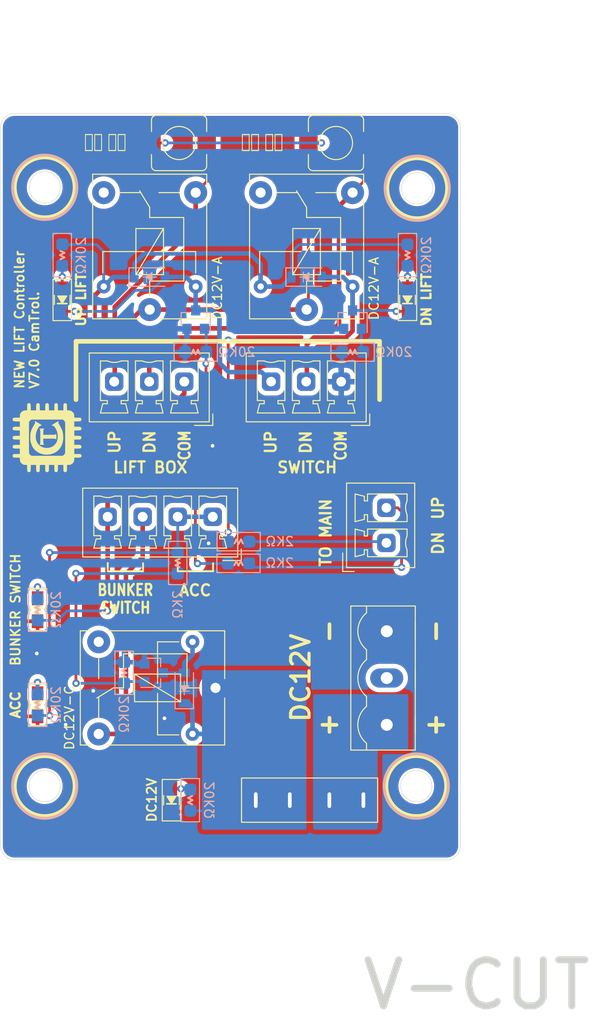
<source format=kicad_pcb>
(kicad_pcb (version 20240108) (generator "pcbnew") (generator_version "8.0")
  (layers (0 "F.Cu" signal) (31 "B.Cu" signal) (34 "B.Paste" user) (35 "F.Paste" user) (36 "B.SilkS" user "B.Silkscreen") (37 "F.SilkS" user "F.Silkscreen") (38 "B.Mask" user) (39 "F.Mask" user) (44 "Edge.Cuts" user))
  (net 0 "")
  (net 1 "GNDPWR")
  (net 2 "+12P")
  (net 3 "Net-(D12-A)")
  (net 4 "Net-(D13-A)")
  (net 5 "Net-(D17-A)")
  (net 6 "Net-(D20-A)")
  (net 7 "Net-(D22-A)")
  (net 8 "unconnected-(K7-Pad14)")
  (net 9 "Net-(D1-A)")
  (net 10 "Net-(D12-K)")
  (net 11 "/POPUP UP")
  (net 12 "/POPUP DOWN")
  (net 13 "Net-(Q1-B)")
  (net 14 "Net-(Q2-B)")
  (net 15 "Net-(D16-A)")
  (net 16 "Net-(J4-Pin_1)")
  (net 17 "Net-(Q5-B)")
  (net 20 "Net-(J4-Pin_3)")
  (net 21 "Net-(D2-A)")
  (net 22 "Net-(J7-Pin_1)")
  (net 23 "Net-(J7-Pin_2)")
  (net 24 "Net-(J7-Pin_3)")
  (net 26 "Net-(J1-Pin_3)")
  (footprint "Server.pretty:logo" (layer "F.Cu") (at 79.62625 88.03125 90)
    (property "Reference" "G***" (hide yes))
    (property "Value" "LOGO" (hide yes))
  )
  (footprint "Server:SMD-SW_6x6x5mm" (layer "F.Cu") (at 94.01125 56.06125 180)
    (property "Reference" "SW3" (hide yes))
    (property "Value" "강제 상승" (at 8.03 -0.02 180) (layer "F.SilkS") (effects (font (size 1.5 1.2))))
    (pad "1" smd roundrect (at -3 0 180) (size 2 2) (layers "F.Cu" "F.Paste" "F.Mask") (roundrect_rratio 0.125) (net 24 "Net-(J7-Pin_3)"))
    (pad "2" smd roundrect (at 3 0 180) (size 2 2) (layers "F.Cu" "F.Paste" "F.Mask") (roundrect_rratio 0.125) (net 22 "Net-(J7-Pin_1)"))
  )
  (footprint "Server.pretty:PhoenixContact_MCV_1,5_4-G-3.81_1x04_P3.81mm_Vertical" (layer "F.Cu") (at 97.67375 96.63875 180)
    (property "Reference" "J4" (hide yes))
    (property "Value" "Conn_01x04_Pin" (hide yes))
    (pad "1" thru_hole roundrect (at 0 0 180) (size 2 2) (drill 1.07) (layers "*.Cu" "*.Mask") (net 16 "Net-(J4-Pin_1)"))
    (pad "2" thru_hole roundrect (at 3.81 0 180) (size 2 2) (drill 1.07) (layers "*.Cu" "*.Mask") (net 16 "Net-(J4-Pin_1)"))
    (pad "3" thru_hole roundrect (at 7.62 0 180) (size 2 2) (drill 1.07) (layers "*.Cu" "*.Mask") (net 20 "Net-(J4-Pin_3)"))
    (pad "4" thru_hole roundrect (at 11.43 0 180) (size 2 2) (drill 1.07) (layers "*.Cu" "*.Mask") (net 10 "Net-(D12-K)"))
  )
  (footprint "Server.pretty:PhoenixContact_MCV_1,5_2-G-3.81_1x02_P3.81mm_Vertical" (layer "F.Cu") (at 116.55125 97.56625 90)
    (property "Reference" "J3" (hide yes))
    (property "Value" "Conn_01x02_Pin" (hide yes))
    (pad "1" thru_hole roundrect (at -1.905 0 90) (size 2 2) (drill 1.05) (layers "*.Cu" "*.Mask") (net 12 "/POPUP DOWN"))
    (pad "2" thru_hole roundrect (at 1.905 0 90) (size 2 2) (drill 1.05) (layers "*.Cu" "*.Mask") (net 11 "/POPUP UP"))
  )
  (footprint "Server.pretty:JQC-T78-DC12V-C" (layer "F.Cu") (at 90.81625 74.14625 90)
    (property "Reference" "K6" (hide yes))
    (property "Value" "DC12V" (hide yes))
    (fp_text user "DC12V-A" (at 2.3425 7.35 90) (layer "F.SilkS"))
    (pad "1" thru_hole circle (at 12.7 -5 90) (size 2.5 2.5) (drill 1.1) (layers "*.Cu" "*.Mask"))
    (pad "2" thru_hole circle (at 2.5 5 90) (size 1.5 1.5) (drill 0.7) (layers "*.Cu" "*.Mask") (net 3 "Net-(D12-A)") (thermal_bridge_width 0.3) (thermal_gap 0.3))
    (pad "6" thru_hole circle (at 2.5 -5 90) (size 1.5 1.5) (drill 0.7) (layers "*.Cu" "*.Mask") (net 10 "Net-(D12-K)"))
    (pad "7" thru_hole circle (at 0 0 90) (size 2.5 2.5) (drill 1.1) (layers "*.Cu" "*.Mask") (net 22 "Net-(J7-Pin_1)"))
    (pad "14" thru_hole circle (at 12.7 5 90) (size 2.5 2.5) (drill 1.1) (layers "*.Cu" "*.Mask") (net 24 "Net-(J7-Pin_3)") (thermal_bridge_width 1.8))
  )
  (footprint "Server.pretty:PhoenixContact_MSTBVA_2,5_3-G-5,08_1x03_P5.08mm_Vertical_NEW" (layer "F.Cu") (at 116.59125 114.14125 -90)
    (property "Reference" "J1" (hide yes))
    (property "Value" "Conn_01x03_Pin" (hide yes))
    (fp_text user "+" (at 5.08 6.37 90) (layer "F.SilkS") (effects (font (size 2 2) (thickness 0.4))))
    (fp_text user "+" (at 5.08 -5.23 90) (layer "F.SilkS") (effects (font (size 2 2) (thickness 0.4))))
    (fp_text user "-" (at -5.08 -5.23 90) (layer "F.SilkS") (effects (font (size 2 2) (thickness 0.4))))
    (fp_text user "-" (at -5.08 6.37 90) (layer "F.SilkS") (effects (font (size 2 2) (thickness 0.4))))
    (pad "1" thru_hole roundrect (at -5.08 0 270) (size 2.08 3.6) (drill 1.3) (layers "*.Cu" "*.Mask") (roundrect_rratio 0.12) (net 1 "GNDPWR"))
    (pad "2" thru_hole oval (at 0 0 270) (size 2.08 3.6) (drill 1.3) (layers "*.Cu" "*.Mask") (thermal_bridge_width 1))
    (pad "3" thru_hole oval (at 5.08 0 270) (size 2.08 3.6) (drill 1.3) (layers "*.Cu" "*.Mask") (net 26 "Net-(J1-Pin_3)"))
  )
  (footprint "Server.pretty:LED_0805" (layer "F.Cu") (at 118.84625 73.08625 90)
    (property "Reference" "D22" (hide yes))
    (property "Value" "DN LIFT" (at 0.01 2.05 90) (layer "F.SilkS") (effects (font (thickness 0.25))))
    (pad "1" smd rect (at -1.25 0 90) (size 1.5 1.25) (layers "F.Cu" "F.Paste" "F.Mask") (net 4 "Net-(D13-A)") (thermal_bridge_width 0.3))
    (pad "2" smd rect (at 1.25 0 90) (size 1.5 1.25) (layers "F.Cu" "F.Paste" "F.Mask") (net 7 "Net-(D22-A)"))
  )
  (footprint "Server.pretty:LED_0805" (layer "F.Cu") (at 78.62625 106.73125 90)
    (property "Reference" "D1" (hide yes))
    (property "Value" "BUNKER SWITCH" (at 0 -2.4 90) (layer "F.SilkS") (effects (font (thickness 0.2) (bold yes))))
    (pad "1" smd rect (at -1.25 0 90) (size 1.5 1.25) (layers "F.Cu" "F.Paste" "F.Mask") (net 1 "GNDPWR") (thermal_bridge_width 0.3))
    (pad "2" smd rect (at 1.25 0 90) (size 1.5 1.25) (layers "F.Cu" "F.Paste" "F.Mask") (net 9 "Net-(D1-A)"))
  )
  (footprint "Server.pretty:LED_0805" (layer "F.Cu") (at 81.30625 73.09125 90)
    (property "Reference" "D20" (hide yes))
    (property "Value" "UP LIFT" (at 0.01 2.05 90) (layer "F.SilkS") (effects (font (thickness 0.25))))
    (pad "1" smd rect (at -1.25 0 90) (size 1.5 1.25) (layers "F.Cu" "F.Paste" "F.Mask") (net 3 "Net-(D12-A)") (thermal_bridge_width 0.3))
    (pad "2" smd rect (at 1.25 0 90) (size 1.5 1.25) (layers "F.Cu" "F.Paste" "F.Mask") (net 6 "Net-(D20-A)"))
  )
  (footprint "Server:SMD-SW_6x6x5mm" (layer "F.Cu") (at 111.07125 56.06125 180)
    (property "Reference" "SW4" (hide yes))
    (property "Value" "강제 하강" (at 8.03 -0.02 180) (layer "F.SilkS") (effects (font (size 1.5 1.2))))
    (pad "1" smd roundrect (at -3 0 180) (size 2 2) (layers "F.Cu" "F.Paste" "F.Mask") (roundrect_rratio 0.125) (net 23 "Net-(J7-Pin_2)"))
    (pad "2" smd roundrect (at 3 0 180) (size 2 2) (layers "F.Cu" "F.Paste" "F.Mask") (roundrect_rratio 0.125) (net 22 "Net-(J7-Pin_1)"))
  )
  (footprint "Server.pretty:PhoenixContact_MCV_1,5_3-G-3.81_1x03_P3.81mm_Vertical" (layer "F.Cu") (at 94.57875 81.96875 180)
    (property "Reference" "J7" (hide yes))
    (property "Value" "Conn_01x03_Male" (hide yes))
    (pad "1" thru_hole roundrect (at 0 0 180) (size 2 2) (drill 1.07) (layers "*.Cu" "*.Mask") (net 22 "Net-(J7-Pin_1)"))
    (pad "2" thru_hole roundrect (at 3.81 0 180) (size 2 2) (drill 1.07) (layers "*.Cu" "*.Mask") (net 23 "Net-(J7-Pin_2)"))
    (pad "3" thru_hole roundrect (at 7.62 0 180) (size 2 2) (drill 1.07) (layers "*.Cu" "*.Mask") (net 24 "Net-(J7-Pin_3)"))
  )
  (footprint "Server.pretty:LED_0805" (layer "F.Cu") (at 93.18125 127.40125 90)
    (property "Reference" "D2" (hide yes))
    (property "Value" "DC12V" (at 0.02 -2.14 90) (layer "F.SilkS") (effects (font (thickness 0.2) (bold yes))))
    (pad "1" smd rect (at -1.25 0 90) (size 1.5 1.25) (layers "F.Cu" "F.Paste" "F.Mask") (net 1 "GNDPWR") (thermal_bridge_width 0.3))
    (pad "2" smd rect (at 1.25 0 90) (size 1.5 1.25) (layers "F.Cu" "F.Paste" "F.Mask") (net 21 "Net-(D2-A)"))
  )
  (footprint "Server.pretty:FUSE-PIN-Holder-Mini" (layer "F.Cu") (at 108.20125 127.39625 180)
    (property "Reference" "F2" (hide yes))
    (property "Value" "FRG500-16F" (hide yes))
    (pad "1" thru_hole roundrect (at -5.85 0 270) (size 3.5 2) (drill oval 1.7 0.4) (layers "*.Cu" "*.Mask") (net 26 "Net-(J1-Pin_3)"))
    (pad "1" thru_hole roundrect (at -2.15 0 270) (size 3.5 2) (drill oval 1.7 0.4) (layers "*.Cu" "*.Mask") (net 26 "Net-(J1-Pin_3)"))
    (pad "2" thru_hole roundrect (at 2.15 0 270) (size 3.5 2) (drill oval 1.7 0.4) (layers "*.Cu" "*.Mask") (net 2 "+12P"))
    (pad "2" thru_hole roundrect (at 5.85 0 270) (size 3.5 2) (drill oval 1.7 0.4) (layers "*.Cu" "*.Mask") (net 2 "+12P"))
  )
  (footprint "Server.pretty:LED_0805" (layer "F.Cu") (at 78.62625 117.05125 90)
    (property "Reference" "D17" (hide yes))
    (property "Value" "ACC" (at 0 -2.4 90) (layer "F.SilkS") (effects (font (thickness 0.25))))
    (pad "1" smd rect (at -1.25 0 90) (size 1.5 1.25) (layers "F.Cu" "F.Paste" "F.Mask") (net 1 "GNDPWR") (thermal_bridge_width 0.3))
    (pad "2" smd rect (at 1.25 0 90) (size 1.5 1.25) (layers "F.Cu" "F.Paste" "F.Mask") (net 5 "Net-(D17-A)"))
  )
  (footprint "Server.pretty:JQC-T78-DC12V-C" (layer "F.Cu") (at 97.97125 115.21125 180)
    (property "Reference" "K7" (hide yes))
    (property "Value" "JQC-T78-DC5V-A" (hide yes))
    (fp_text user "DC12V-C" (at 15.88 0.36 90) (layer "F.SilkS") (effects (justify right)))
    (pad "1" thru_hole circle (at 12.7 -5 180) (size 2.5 2.5) (drill 1.1) (layers "*.Cu" "*.Mask") (net 20 "Net-(J4-Pin_3)"))
    (pad "2" thru_hole circle (at 2.5 5 180) (size 1.5 1.5) (drill 0.7) (layers "*.Cu" "*.Mask") (net 15 "Net-(D16-A)") (thermal_bridge_width 0.3) (thermal_gap 0.3))
    (pad "6" thru_hole circle (at 2.5 -5 180) (size 1.5 1.5) (drill 0.7) (layers "*.Cu" "*.Mask") (net 2 "+12P"))
    (pad "7" thru_hole circle (at 0 0 180) (size 2.5 2.5) (drill 1.1) (layers "*.Cu" "*.Mask") (net 2 "+12P"))
    (pad "14" thru_hole circle (at 12.7 5 180) (size 2.5 2.5) (drill 1.1) (layers "*.Cu" "*.Mask") (net 8 "unconnected-(K7-Pad14)") (thermal_bridge_width 1.8))
  )
  (footprint "Server.pretty:JQC-T78-DC12V-C" (layer "F.Cu") (at 107.87625 74.14625 90)
    (property "Reference" "K5" (hide yes))
    (property "Value" "DC12V" (hide yes))
    (fp_text user "DC12V-A" (at -1.245 7.325 90) (layer "F.SilkS") (effects (justify left)))
    (pad "1" thru_hole circle (at 12.7 -5 90) (size 2.5 2.5) (drill 1.1) (layers "*.Cu" "*.Mask"))
    (pad "2" thru_hole circle (at 2.5 5 90) (size 1.5 1.5) (drill 0.7) (layers "*.Cu" "*.Mask") (net 4 "Net-(D13-A)") (thermal_bridge_width 0.3) (thermal_gap 0.3))
    (pad "6" thru_hole circle (at 2.5 -5 90) (size 1.5 1.5) (drill 0.7) (layers "*.Cu" "*.Mask") (net 10 "Net-(D12-K)"))
    (pad "7" thru_hole circle (at 0 0 90) (size 2.5 2.5) (drill 1.1) (layers "*.Cu" "*.Mask") (net 22 "Net-(J7-Pin_1)"))
    (pad "14" thru_hole circle (at 12.7 5 90) (size 2.5 2.5) (drill 1.1) (layers "*.Cu" "*.Mask") (net 23 "Net-(J7-Pin_2)") (thermal_bridge_width 1.8))
  )
  (footprint "Server.pretty:PhoenixContact_MCV_1,5_3-G-3.81_1x03_P3.81mm_Vertical" (layer "F.Cu") (at 111.63875 81.96875 180)
    (property "Reference" "J2" (hide yes))
    (property "Value" "Conn_01x03_Male" (hide yes))
    (pad "1" thru_hole roundrect (at 0 0 180) (size 2 2) (drill 1.05) (layers "*.Cu" "*.Mask") (net 1 "GNDPWR"))
    (pad "2" thru_hole roundrect (at 3.81 0 180) (size 2 2) (drill 1.05) (layers "*.Cu" "*.Mask") (net 4 "Net-(D13-A)"))
    (pad "3" thru_hole roundrect (at 7.62 0 180) (size 2 2) (drill 1.05) (layers "*.Cu" "*.Mask") (net 3 "Net-(D12-A)"))
  )
  (footprint "Server.pretty:D_SOD-123" (layer "B.Cu") (at 107.87625 70.61125)
    (property "Reference" "D13" (hide yes))
    (property "Value" "1N4148W" (hide yes))
    (pad "1" smd rect (at 1.65 0) (size 0.9 1.2) (layers "B.Cu" "B.Paste" "B.Mask") (net 4 "Net-(D13-A)"))
    (pad "2" smd rect (at -1.65 0) (size 0.9 1.2) (layers "B.Cu" "B.Paste" "B.Mask") (net 10 "Net-(D12-K)"))
  )
  (footprint "Server.pretty:R_0805_HandSoldering" (layer "B.Cu") (at 112.87625 78.75125)
    (property "Reference" "R10" (hide yes))
    (property "Value" "20KΩ" (at 4.465 0 0) (layer "B.SilkS") (effects (justify mirror)))
    (pad "1" smd roundrect (at -1.15 0) (size 1.3 1.3) (layers "B.Cu" "B.Paste" "B.Mask") (net 1 "GNDPWR") (thermal_bridge_width 0.5))
    (pad "2" smd roundrect (at 1.15 0) (size 1.3 1.3) (layers "B.Cu" "B.Paste" "B.Mask") (net 14 "Net-(Q2-B)") (thermal_bridge_width 0.5))
  )
  (footprint "Server.pretty:D_SOD-123" (layer "B.Cu") (at 94.57625 115.22125 90)
    (property "Reference" "D16" (hide yes))
    (property "Value" "1N4148W" (hide yes))
    (pad "1" smd rect (at 1.65 0 90) (size 0.9 1.2) (layers "B.Cu" "B.Paste" "B.Mask") (net 15 "Net-(D16-A)"))
    (pad "2" smd rect (at -1.65 0 90) (size 0.9 1.2) (layers "B.Cu" "B.Paste" "B.Mask") (net 2 "+12P"))
  )
  (footprint "Server.pretty:R_0805_HandSoldering" (layer "B.Cu") (at 100.47125 101.69125)
    (property "Reference" "R2" (hide yes))
    (property "Value" "2KΩ" (at 4.48 -0.045 0) (layer "B.SilkS") (effects (justify mirror)))
    (pad "1" smd roundrect (at -1.15 0) (size 1.3 1.3) (layers "B.Cu" "B.Paste" "B.Mask") (net 13 "Net-(Q1-B)") (thermal_bridge_width 0.5))
    (pad "2" smd roundrect (at 1.15 0) (size 1.3 1.3) (layers "B.Cu" "B.Paste" "B.Mask") (net 11 "/POPUP UP") (thermal_bridge_width 0.5))
  )
  (footprint "Server.pretty:R_0805_HandSoldering" (layer "B.Cu") (at 88.03625 113.57125 90)
    (property "Reference" "R13" (hide yes))
    (property "Value" "20KΩ" (at -4.5 0 90) (layer "B.SilkS") (effects (justify mirror)))
    (pad "1" smd roundrect (at -1.15 0 90) (size 1.3 1.3) (layers "B.Cu" "B.Paste" "B.Mask") (net 17 "Net-(Q5-B)") (thermal_bridge_width 0.5))
    (pad "2" smd roundrect (at 1.15 0 90) (size 1.3 1.3) (layers "B.Cu" "B.Paste" "B.Mask") (net 1 "GNDPWR") (thermal_bridge_width 0.5))
  )
  (footprint "Server.pretty:R_0805_HandSoldering" (layer "B.Cu") (at 78.62625 117.05125 90)
    (property "Reference" "R8" (hide yes))
    (property "Value" "20KΩ" (at 0 2 90) (layer "B.SilkS") (effects (justify mirror)))
    (pad "1" smd roundrect (at -1.15 0 90) (size 1.3 1.3) (layers "B.Cu" "B.Paste" "B.Mask") (net 16 "Net-(J4-Pin_1)") (thermal_bridge_width 0.5))
    (pad "2" smd roundrect (at 1.15 0 90) (size 1.3 1.3) (layers "B.Cu" "B.Paste" "B.Mask") (net 5 "Net-(D17-A)") (thermal_bridge_width 0.5))
  )
  (footprint "Server.pretty:SOT-23" (layer "B.Cu") (at 112.87625 75.23125 90)
    (property "Reference" "Q2" (hide yes))
    (property "Value" "MMBT2222A" (hide yes))
    (pad "1" smd rect (at -1 0.95 90) (size 1.1 1) (layers "B.Cu" "B.Paste" "B.Mask") (net 14 "Net-(Q2-B)"))
    (pad "2" smd rect (at -1 -0.95 90) (size 1.1 1) (layers "B.Cu" "B.Paste" "B.Mask") (net 1 "GNDPWR"))
    (pad "3" smd rect (at 1 0 90) (size 1.1 1) (layers "B.Cu" "B.Paste" "B.Mask") (net 4 "Net-(D13-A)"))
  )
  (footprint "Server.pretty:R_0805_HandSoldering" (layer "B.Cu") (at 81.30625 68.23125 -90)
    (property "Reference" "R9" (hide yes))
    (property "Value" "20KΩ" (at 0.05 -2.05 90) (layer "B.SilkS") (effects (justify mirror)))
    (pad "1" smd roundrect (at -1.15 0 270) (size 1.3 1.3) (layers "B.Cu" "B.Paste" "B.Mask") (net 10 "Net-(D12-K)") (thermal_bridge_width 0.5))
    (pad "2" smd roundrect (at 1.15 0 270) (size 1.3 1.3) (layers "B.Cu" "B.Paste" "B.Mask") (net 6 "Net-(D20-A)") (thermal_bridge_width 0.5))
  )
  (footprint "Server.pretty:D_SOD-123" (layer "B.Cu") (at 90.81625 70.61125)
    (property "Reference" "D12" (hide yes))
    (property "Value" "1N4148W" (hide yes))
    (pad "1" smd rect (at 1.65 0) (size 0.9 1.2) (layers "B.Cu" "B.Paste" "B.Mask") (net 3 "Net-(D12-A)"))
    (pad "2" smd rect (at -1.65 0) (size 0.9 1.2) (layers "B.Cu" "B.Paste" "B.Mask") (net 10 "Net-(D12-K)"))
  )
  (footprint "Server.pretty:R_0805_HandSoldering" (layer "B.Cu") (at 95.23125 127.40125 90)
    (property "Reference" "R4" (hide yes))
    (property "Value" "20KΩ" (at -0.005 2.1 90) (layer "B.SilkS") (effects (justify mirror)))
    (pad "1" smd roundrect (at -1.15 0 90) (size 1.3 1.3) (layers "B.Cu" "B.Paste" "B.Mask") (net 2 "+12P") (thermal_bridge_width 0.5))
    (pad "2" smd roundrect (at 1.15 0 90) (size 1.3 1.3) (layers "B.Cu" "B.Paste" "B.Mask") (net 21 "Net-(D2-A)") (thermal_bridge_width 0.5))
  )
  (footprint "Server.pretty:R_0805_HandSoldering" (layer "B.Cu") (at 118.84625 68.23125 -90)
    (property "Reference" "R12" (hide yes))
    (property "Value" "20KΩ" (at 0 -2.05 90) (layer "B.SilkS") (effects (justify mirror)))
    (pad "1" smd roundrect (at -1.15 0 270) (size 1.3 1.3) (layers "B.Cu" "B.Paste" "B.Mask") (net 10 "Net-(D12-K)") (thermal_bridge_width 0.5))
    (pad "2" smd roundrect (at 1.15 0 270) (size 1.3 1.3) (layers "B.Cu" "B.Paste" "B.Mask") (net 7 "Net-(D22-A)") (thermal_bridge_width 0.5))
  )
  (footprint "Server.pretty:R_0805_HandSoldering" (layer "B.Cu") (at 93.86375 101.65125 90)
    (property "Reference" "R14" (hide yes))
    (property "Value" "2KΩ" (at -4.5 0 90) (layer "B.SilkS") (effects (justify mirror)))
    (pad "1" smd roundrect (at -1.15 0 90) (size 1.3 1.3) (layers "B.Cu" "B.Paste" "B.Mask") (net 17 "Net-(Q5-B)") (thermal_bridge_width 0.5))
    (pad "2" smd roundrect (at 1.15 0 90) (size 1.3 1.3) (layers "B.Cu" "B.Paste" "B.Mask") (net 16 "Net-(J4-Pin_1)") (thermal_bridge_width 0.5))
  )
  (footprint "Server.pretty:SOT-23" (layer "B.Cu") (at 91.24625 113.57125)
    (property "Reference" "Q5" (hide yes))
    (property "Value" "MMBT2222A" (hide yes))
    (pad "1" smd rect (at -1 0.95) (size 1.1 1) (layers "B.Cu" "B.Paste" "B.Mask") (net 17 "Net-(Q5-B)"))
    (pad "2" smd rect (at -1 -0.95) (size 1.1 1) (layers "B.Cu" "B.Paste" "B.Mask") (net 1 "GNDPWR"))
    (pad "3" smd rect (at 1 0) (size 1.1 1) (layers "B.Cu" "B.Paste" "B.Mask") (net 15 "Net-(D16-A)"))
  )
  (footprint "Server.pretty:SOT-23" (layer "B.Cu") (at 95.81625 75.23125 90)
    (property "Reference" "Q1" (hide yes))
    (property "Value" "MMBT2222A" (hide yes))
    (pad "1" smd rect (at -1 0.95 90) (size 1.1 1) (layers "B.Cu" "B.Paste" "B.Mask") (net 13 "Net-(Q1-B)"))
    (pad "2" smd rect (at -1 -0.95 90) (size 1.1 1) (layers "B.Cu" "B.Paste" "B.Mask") (net 1 "GNDPWR"))
    (pad "3" smd rect (at 1 0 90) (size 1.1 1) (layers "B.Cu" "B.Paste" "B.Mask") (net 3 "Net-(D12-A)"))
  )
  (footprint "Server.pretty:R_0805_HandSoldering" (layer "B.Cu") (at 78.62625 106.73125 90)
    (property "Reference" "R1" (hide yes))
    (property "Value" "20KΩ" (at 0 2 90) (layer "B.SilkS") (effects (justify mirror)))
    (pad "1" smd roundrect (at -1.15 0 90) (size 1.3 1.3) (layers "B.Cu" "B.Paste" "B.Mask") (net 10 "Net-(D12-K)") (thermal_bridge_width 0.5))
    (pad "2" smd roundrect (at 1.15 0 90) (size 1.3 1.3) (layers "B.Cu" "B.Paste" "B.Mask") (net 9 "Net-(D1-A)") (thermal_bridge_width 0.5))
  )
  (footprint "Server.pretty:R_0805_HandSoldering" (layer "B.Cu") (at 95.81625 78.75125)
    (property "Reference" "R7" (hide yes))
    (property "Value" "20KΩ" (at 4.465 0 0) (layer "B.SilkS") (effects (justify mirror)))
    (pad "1" smd roundrect (at -1.15 0) (size 1.3 1.3) (layers "B.Cu" "B.Paste" "B.Mask") (net 1 "GNDPWR") (thermal_bridge_width 0.5))
    (pad "2" smd roundrect (at 1.15 0) (size 1.3 1.3) (layers "B.Cu" "B.Paste" "B.Mask") (net 13 "Net-(Q1-B)") (thermal_bridge_width 0.5))
  )
  (footprint "Server.pretty:R_0805_HandSoldering" (layer "B.Cu") (at 100.49125 99.33125)
    (property "Reference" "R3" (hide yes))
    (property "Value" "2KΩ" (at 4.46 -0.01 0) (layer "B.SilkS") (effects (justify mirror)))
    (pad "1" smd roundrect (at -1.15 0) (size 1.3 1.3) (layers "B.Cu" "B.Paste" "B.Mask") (net 14 "Net-(Q2-B)") (thermal_bridge_width 0.5))
    (pad "2" smd roundrect (at 1.15 0) (size 1.3 1.3) (layers "B.Cu" "B.Paste" "B.Mask") (net 12 "/POPUP DOWN") (thermal_bridge_width 0.5))
  )
  (gr_circle (center 119.90125 60.97125) (end 123.40125 60.97125) (stroke (width 0.3)) (fill none) (layer "B.SilkS"))
  (gr_circle (center 79.40125 60.87125) (end 82.90125 60.87125) (stroke (width 0.3)) (fill none) (layer "B.SilkS"))
  (gr_circle (center 79.40125 125.87125) (end 82.90125 125.87125) (stroke (width 0.3)) (fill none) (layer "B.SilkS"))
  (gr_circle (center 119.80125 125.87125) (end 123.30125 125.87125) (stroke (width 0.3)) (fill none) (layer "B.SilkS"))
  (gr_circle (center 79.40125 125.87125) (end 82.60125 125.87125) (stroke (width 0.3)) (fill none) (layer "F.SilkS"))
  (gr_line (start 82.80125 83.92125) (end 82.80125 77.59125) (stroke (width 0.5)) (layer "F.SilkS"))
  (gr_line (start 97.70625 101.68125) (end 97.70625 102.55125) (stroke (width 0.2)) (layer "F.SilkS"))
  (gr_line (start 90.09625 101.68125) (end 90.09625 102.55125) (stroke (width 0.2)) (layer "F.SilkS"))
  (gr_circle (center 119.90125 60.97125) (end 123.10125 60.97125) (stroke (width 0.3)) (fill none) (layer "F.SilkS"))
  (gr_line (start 86.25625 102.55125) (end 86.25625 101.65125) (stroke (width 0.2)) (layer "F.SilkS"))
  (gr_circle (center 79.40125 60.87125) (end 82.60125 60.87125) (stroke (width 0.3)) (fill none) (layer "F.SilkS"))
  (gr_line (start 97.70625 102.55125) (end 93.86625 102.55125) (stroke (width 0.2)) (layer "F.SilkS"))
  (gr_line (start 115.81125 77.59125) (end 115.81125 83.92125) (stroke (width 0.5)) (layer "F.SilkS"))
  (gr_circle (center 119.80125 125.87125) (end 123.00125 125.87125) (stroke (width 0.3)) (fill none) (layer "F.SilkS"))
  (gr_line (start 82.80125 77.59125) (end 115.81125 77.59125) (stroke (width 0.5)) (layer "F.SilkS"))
  (gr_line (start 93.86625 102.55125) (end 93.86625 101.65125) (stroke (width 0.2)) (layer "F.SilkS"))
  (gr_line (start 90.09625 102.55125) (end 86.25625 102.55125) (stroke (width 0.2)) (layer "F.SilkS"))
  (gr_line (start 74.60125 54.37125) (end 74.60125 132.37125) (stroke (width 0.05)) (layer "Edge.Cuts"))
  (gr_arc (start 124.60125 132.37125) (mid 124.16191 133.43191) (end 123.10125 133.87125) (stroke (width 0.05)) (layer "Edge.Cuts"))
  (gr_circle (center 119.80125 125.87125) (end 121.50125 125.87125) (stroke (width 0.05)) (fill none) (layer "Edge.Cuts"))
  (gr_circle (center 79.40125 60.87125) (end 81.10125 60.87125) (stroke (width 0.05)) (fill none) (layer "Edge.Cuts"))
  (gr_arc (start 76.10125 133.87125) (mid 75.04059 133.43191) (end 74.60125 132.37125) (stroke (width 0.05)) (layer "Edge.Cuts"))
  (gr_arc (start 74.60125 54.37125) (mid 75.04059 53.31059) (end 76.10125 52.87125) (stroke (width 0.05)) (layer "Edge.Cuts"))
  (gr_line (start 76.10125 52.87125) (end 123.10125 52.87125) (stroke (width 0.05)) (layer "Edge.Cuts"))
  (gr_arc (start 123.10125 52.87125) (mid 124.16191 53.31059) (end 124.60125 54.37125) (stroke (width 0.05)) (layer "Edge.Cuts"))
  (gr_line (start 76.10125 133.87125) (end 123.10125 133.87125) (stroke (width 0.05)) (layer "Edge.Cuts"))
  (gr_line (start 124.60125 132.37125) (end 124.60125 54.37125) (stroke (width 0.05)) (layer "Edge.Cuts"))
  (gr_circle (center 79.40125 125.87125) (end 81.10125 125.87125) (stroke (width 0.05)) (fill none) (layer "Edge.Cuts"))
  (gr_circle (center 119.90125 60.97125) (end 121.60125 60.97125) (stroke (width 0.05)) (fill none) (layer "Edge.Cuts"))
  (gr_text "NEW LIFT Controller\nV7.0 CamTrol." (at 77.468065 82.847238 90) (layer "F.SilkS") (effects (font (size 1 1) (thickness 0.2) (bold yes)) (justify left)))
  (gr_text "SWITCH" (at 107.94125 91.28125 0) (layer "F.SilkS") (effects (font (size 1.2 1.2) (thickness 0.25))))
  (gr_text "DC12V" (at 107.23125 114.12125 90) (layer "F.SilkS") (effects (font (size 2 2) (thickness 0.35) (bold yes))))
  (gr_text "UP" (at 86.99125 87.13125 90) (layer "F.SilkS") (effects (font (size 1.2 1.2) (thickness 0.25)) (justify right)))
  (gr_text "DN" (at 107.78125 87.15125 90) (layer "F.SilkS") (effects (font (size 1.2 1.2) (thickness 0.25)) (justify right)))
  (gr_text "TO MAIN" (at 109.95125 98.36125 90) (layer "F.SilkS") (effects (font (size 1.2 1.2) (thickness 0.25))))
  (gr_text "DN" (at 90.80125 87.13125 90) (layer "F.SilkS") (effects (font (size 1.2 1.2) (thickness 0.25)) (justify right)))
  (gr_text "UP" (at 122.16125 95.681251 90) (layer "F.SilkS") (effects (font (size 1.2 1.2) (thickness 0.25))))
  (gr_text "COM" (at 94.61125 87.13125 90) (layer "F.SilkS") (effects (font (size 1.2 1) (thickness 0.25)) (justify right)))
  (gr_text "COM" (at 111.59125 87.15125 90) (layer "F.SilkS") (effects (font (size 1.2 1) (thickness 0.25)) (justify right)))
  (gr_text "DN" (at 122.16125 99.50125 90) (layer "F.SilkS") (effects (font (size 1.2 1.2) (thickness 0.25))))
  (gr_text "LIFT BOX" (at 90.89125 91.28125 0) (layer "F.SilkS") (effects (font (size 1.2 1.2) (thickness 0.25))))
  (gr_text "ACC" (at 95.76125 104.62125 0) (layer "F.SilkS") (effects (font (size 1.2 1.2) (thickness 0.25))))
  (gr_text "UP" (at 103.97125 87.15125 90) (layer "F.SilkS") (effects (font (size 1.2 1.2) (thickness 0.25)) (justify right)))
  (gr_text "BUNKER\nSWITCH" (at 88.17125 105.55125 0) (layer "F.SilkS") (effects (font (size 1.2 1) (thickness 0.25))))
  (gr_text "V-CUT" (at 126.35 147.45 0) (layer "Edge.Cuts") (effects (font (size 5 5) (thickness 0.75))))
  (via (at 97.22125 99.52125) (size 0.8) (drill 0.4) (layers "F.Cu" "B.Cu") (net 1))
  (via (at 97.65125 88.93125) (size 0.8) (drill 0.4) (layers "F.Cu" "B.Cu") (net 1))
  (via (at 84.68125 115.53125) (size 0.8) (drill 0.4) (layers "F.Cu" "B.Cu") (net 1))
  (via (at 92.42125 118.51125) (size 0.8) (drill 0.4) (layers "F.Cu" "B.Cu") (net 1))
  (via (at 78.54125 111.47125) (size 0.8) (drill 0.4) (layers "F.Cu" "B.Cu") (net 1))
  (via (at 81.68125 119.20125) (size 0.8) (drill 0.4) (layers "F.Cu" "B.Cu") (net 1))
  (segment (start 95.23125 128.55125) (end 97.14125 128.55125) (width 0.3) (layer "B.Cu") (net 2))
  (segment (start 95.06125 116.87125) (end 95.47125 117.28125) (width 0.5) (layer "B.Cu") (net 2))
  (segment (start 95.47125 120.21125) (end 98.10125 120.21125) (width 0.5) (layer "B.Cu") (net 2))
  (segment (start 95.47125 117.28125) (end 95.47125 120.21125) (width 0.5) (layer "B.Cu") (net 2))
  (segment (start 94.57625 116.87125) (end 95.06125 116.87125) (width 0.5) (layer "B.Cu") (net 2))
  (segment (start 81.30625 74.34125) (end 82.63625 74.34125) (width 0.3) (layer "F.Cu") (net 3))
  (segment (start 104.01125 81.97625) (end 104.01875 81.96875) (width 0.5) (layer "F.Cu") (net 3))
  (via (at 82.63625 74.34125) (size 0.8) (drill 0.4) (layers "F.Cu" "B.Cu") (net 3))
  (segment (start 102.98125 80.93125) (end 99.40125 80.93125) (width 0.5) (layer "B.Cu") (net 3))
  (segment (start 97.70125 74.23125) (end 95.81625 74.23125) (width 0.5) (layer "B.Cu") (net 3))
  (segment (start 94.78125 70.61125) (end 95.81625 71.64625) (width 0.5) (layer "B.Cu") (net 3))
  (segment (start 91.02625 72.05125) (end 92.46625 70.61125) (width 0.3) (layer "B.Cu") (net 3))
  (segment (start 98.40125 79.93125) (end 98.40125 74.93125) (width 0.5) (layer "B.Cu") (net 3))
  (segment (start 104.01875 81.96875) (end 102.98125 80.93125) (width 0.5) (layer "B.Cu") (net 3))
  (segment (start 86.95125 74.34125) (end 89.24125 72.05125) (width 0.3) (layer "B.Cu") (net 3))
  (segment (start 82.63625 74.34125) (end 86.95125 74.34125) (width 0.3) (layer "B.Cu") (net 3))
  (segment (start 95.81625 74.23125) (end 95.81625 71.64625) (width 0.5) (layer "B.Cu") (net 3))
  (segment (start 99.40125 80.93125) (end 98.40125 79.93125) (width 0.5) (layer "B.Cu") (net 3))
  (segment (start 92.46625 70.61125) (end 94.78125 70.61125) (width 0.5) (layer "B.Cu") (net 3))
  (segment (start 89.24125 72.05125) (end 91.02625 72.05125) (width 0.3) (layer "B.Cu") (net 3))
  (segment (start 98.40125 74.93125) (end 97.70125 74.23125) (width 0.5) (layer "B.Cu") (net 3))
  (segment (start 107.90125 81.89625) (end 107.90125 77.93125) (width 0.5) (layer "F.Cu") (net 4))
  (segment (start 108.65125 77.18125) (end 112.15125 77.18125) (width 0.5) (layer "F.Cu") (net 4))
  (segment (start 112.87625 76.45625) (end 112.87625 71.64625) (width 0.5) (layer "F.Cu") (net 4))
  (segment (start 107.90125 77.93125) (end 108.65125 77.18125) (width 0.5) (layer "F.Cu") (net 4))
  (segment (start 112.15125 77.18125) (end 112.87625 76.45625) (width 0.5) (layer "F.Cu") (net 4))
  (segment (start 107.82875 81.96875) (end 107.90125 81.89625) (width 0.3) (layer "F.Cu") (net 4))
  (segment (start 117.63125 74.33625) (end 117.62625 74.33125) (width 0.3) (layer "F.Cu") (net 4))
  (segment (start 118.84625 74.33625) (end 117.63125 74.33625) (width 0.3) (layer "F.Cu") (net 4))
  (via (at 117.62625 74.33125) (size 0.8) (drill 0.4) (layers "F.Cu" "B.Cu") (net 4))
  (segment (start 109.52625 70.61125) (end 111.84125 70.61125) (width 0.5) (layer "B.Cu") (net 4))
  (segment (start 112.87625 74.23125) (end 112.87625 71.64625) (width 0.5) (layer "B.Cu") (net 4))
  (segment (start 111.84125 70.61125) (end 112.87625 71.64625) (width 0.5) (layer "B.Cu") (net 4))
  (segment (start 117.52625 74.23125) (end 112.87625 74.23125) (width 0.3) (layer "B.Cu") (net 4))
  (segment (start 117.62625 74.33125) (end 117.52625 74.23125) (width 0.3) (layer "B.Cu") (net 4))
  (segment (start 78.62625 115.80125) (end 78.62625 114.62125) (width 0.3) (layer "F.Cu") (net 5))
  (via (at 78.62625 114.62125) (size 0.8) (drill 0.4) (layers "F.Cu" "B.Cu") (net 5))
  (segment (start 78.62625 114.62125) (end 78.62625 115.90125) (width 0.3) (layer "B.Cu") (net 5))
  (segment (start 81.30625 70.57125) (end 81.30625 71.84125) (width 0.3) (layer "F.Cu") (net 6))
  (via (at 81.30625 70.57125) (size 0.8) (drill 0.4) (layers "F.Cu" "B.Cu") (net 6))
  (segment (start 81.30625 69.38125) (end 81.30625 70.57125) (width 0.3) (layer "B.Cu") (net 6))
  (segment (start 118.84625 71.83625) (end 118.84625 70.55125) (width 0.3) (layer "F.Cu") (net 7))
  (via (at 118.84625 70.55125) (size 0.8) (drill 0.4) (layers "F.Cu" "B.Cu") (net 7))
  (segment (start 118.84625 70.55125) (end 118.84625 69.38125) (width 0.3) (layer "B.Cu") (net 7))
  (segment (start 84.85125 109.62125) (end 84.65125 109.42125) (width 0.3) (layer "B.Cu") (net 8))
  (segment (start 78.62625 105.48125) (end 78.62625 104.25125) (width 0.3) (layer "F.Cu") (net 9))
  (via (at 78.62625 104.25125) (size 0.8) (drill 0.4) (layers "F.Cu" "B.Cu") (net 9))
  (segment (start 78.62625 104.25125) (end 78.62625 105.58125) (width 0.3) (layer "B.Cu") (net 9))
  (segment (start 86.24375 96.63875) (end 86.24375 106.84875) (width 0.5) (layer "F.Cu") (net 10))
  (segment (start 84.82125 72.64125) (end 85.81625 71.64625) (width 0.5) (layer "F.Cu") (net 10))
  (segment (start 86.24375 96.63875) (end 86.24375 92.23375) (width 0.5) (layer "F.Cu") (net 10))
  (segment (start 86.24375 92.23375) (end 84.82125 90.81125) (width 0.5) (layer "F.Cu") (net 10))
  (segment (start 86.24375 106.84875) (end 86.24125 106.85125) (width 0.5) (layer "F.Cu") (net 10))
  (segment (start 84.82125 90.81125) (end 84.82125 72.64125) (width 0.5) (layer "F.Cu") (net 10))
  (via (at 86.24125 106.85125) (size 0.8) (drill 0.4) (layers "F.Cu" "B.Cu") (net 10))
  (segment (start 86.24125 106.85125) (end 86.34125 106.75125) (width 0.5) (layer "B.Cu") (net 10))
  (segment (start 102.87625 71.64625) (end 102.87625 69.20625) (width 0.5) (layer "B.Cu") (net 10))
  (segment (start 78.62625 107.88125) (end 80.81125 107.88125) (width 0.3) (layer "B.Cu") (net 10))
  (segment (start 86.44125 106.85125) (end 86.34125 106.75125) (width 0.3) (layer "B.Cu") (net 10))
  (segment (start 105.19125 71.64625) (end 102.87625 71.64625) (width 0.5) (layer "B.Cu") (net 10))
  (segment (start 106.22625 70.61125) (end 105.19125 71.64625) (width 0.5) (layer "B.Cu") (net 10))
  (segment (start 89.16625 69.13625) (end 89.16625 70.61125) (width 0.5) (layer "B.Cu") (net 10))
  (segment (start 90.26125 68.04125) (end 89.16625 69.13625) (width 0.5) (layer "B.Cu") (net 10))
  (segment (start 107.05625 67.08125) (end 106.22625 67.91125) (width 0.3) (layer "B.Cu") (net 10))
  (segment (start 80.81125 107.88125) (end 81.84125 106.85125) (width 0.3) (layer "B.Cu") (net 10))
  (segment (start 89.16625 70.61125) (end 86.85125 70.61125) (width 0.5) (layer "B.Cu") (net 10))
  (segment (start 81.84125 106.85125) (end 86.24125 106.85125) (width 0.3) (layer "B.Cu") (net 10))
  (segment (start 85.02625 67.08125) (end 85.81625 67.87125) (width 0.3) (layer "B.Cu") (net 10))
  (segment (start 101.71125 68.04125) (end 90.26125 68.04125) (width 0.5) (layer "B.Cu") (net 10))
  (segment (start 102.87625 69.20625) (end 101.71125 68.04125) (width 0.5) (layer "B.Cu") (net 10))
  (segment (start 118.84625 67.08125) (end 107.05625 67.08125) (width 0.3) (layer "B.Cu") (net 10))
  (segment (start 81.30625 67.08125) (end 85.02625 67.08125) (width 0.3) (layer "B.Cu") (net 10))
  (segment (start 106.22625 67.91125) (end 106.22625 70.61125) (width 0.3) (layer "B.Cu") (net 10))
  (segment (start 86.85125 70.61125) (end 85.81625 71.64625) (width 0.5) (layer "B.Cu") (net 10))
  (segment (start 85.81625 67.87125) (end 85.81625 71.64625) (width 0.3) (layer "B.Cu") (net 10))
  (segment (start 117.79125 95.66125) (end 116.55125 95.66125) (width 0.3) (layer "F.Cu") (net 11))
  (segment (start 118.20125 96.07125) (end 117.79125 95.66125) (width 0.3) (layer "F.Cu") (net 11))
  (segment (start 118.20125 102.12125) (end 118.20125 96.07125) (width 0.3) (layer "F.Cu") (net 11))
  (via (at 118.20125 102.12125) (size 0.8) (drill 0.4) (layers "F.Cu" "B.Cu") (net 11))
  (segment (start 118.20125 102.12125) (end 102.05125 102.12125) (width 0.3) (layer "B.Cu") (net 11))
  (segment (start 102.05125 102.12125) (end 101.62125 101.69125) (width 0.3) (layer "B.Cu") (net 11))
  (segment (start 116.41125 99.33125) (end 116.55125 99.47125) (width 0.3) (layer "B.Cu") (net 12))
  (segment (start 101.64125 99.33125) (end 116.41125 99.33125) (width 0.3) (layer "B.Cu") (net 12))
  (segment (start 96.94125 80.01125) (end 96.95125 80.00125) (width 0.3) (layer "F.Cu") (net 13))
  (segment (start 95.78125 101.48125) (end 95.78125 84.494791) (width 0.3) (layer "F.Cu") (net 13))
  (segment (start 96.01125 101.71125) (end 95.78125 101.48125) (width 0.3) (layer "F.Cu") (net 13))
  (segment (start 95.78125 84.494791) (end 96.94125 83.334791) (width 0.3) (layer "F.Cu") (net 13))
  (segment (start 96.94125 83.334791) (end 96.94125 80.01125) (width 0.3) (layer "F.Cu") (net 13))
  (via (at 96.01125 101.71125) (size 0.8) (drill 0.4) (layers "F.Cu" "B.Cu") (net 13))
  (via (at 96.95125 80.00125) (size 0.8) (drill 0.4) (layers "F.Cu" "B.Cu") (net 13))
  (segment (start 96.95125 78.76625) (end 96.96625 78.75125) (width 0.3) (layer "B.Cu") (net 13))
  (segment (start 96.96625 76.43125) (end 96.76625 76.23125) (width 0.3) (layer "B.Cu") (net 13))
  (segment (start 96.95125 80.00125) (end 96.95125 78.76625) (width 0.3) (layer "B.Cu") (net 13))
  (segment (start 96.96625 78.75125) (end 96.96625 76.43125) (width 0.3) (layer "B.Cu") (net 13))
  (segment (start 99.30125 101.71125) (end 99.32125 101.69125) (width 0.3) (layer "B.Cu") (net 13))
  (segment (start 96.01125 101.71125) (end 99.30125 101.71125) (width 0.3) (layer "B.Cu") (net 13))
  (segment (start 99.35625 77.46125) (end 99.35625 98.28625) (width 0.3) (layer "F.Cu") (net 14))
  (segment (start 99.35625 98.28625) (end 99.36125 98.29125) (width 0.3) (layer "F.Cu") (net 14))
  (via (at 99.35625 77.46125) (size 0.8) (drill 0.4) (layers "F.Cu" "B.Cu") (net 14))
  (via (at 99.36125 98.29125) (size 0.8) (drill 0.4) (layers "F.Cu" "B.Cu") (net 14))
  (segment (start 113.82625 78.55125) (end 114.02625 78.75125) (width 0.3) (layer "B.Cu") (net 14))
  (segment (start 113.82625 76.23125) (end 113.82625 78.55125) (width 0.3) (layer "B.Cu") (net 14))
  (segment (start 99.35625 77.46125) (end 113.82625 77.46125) (width 0.3) (layer "B.Cu") (net 14))
  (segment (start 113.82625 77.46125) (end 113.82625 76.23125) (width 0.3) (layer "B.Cu") (net 14))
  (segment (start 99.36125 98.29125) (end 99.36125 99.31125) (width 0.3) (layer "B.Cu") (net 14))
  (segment (start 99.36125 99.31125) (end 99.34125 99.33125) (width 0.3) (layer "B.Cu") (net 14))
  (segment (start 95.47125 111.60125) (end 94.57625 112.49625) (width 0.5) (layer "B.Cu") (net 15))
  (segment (start 94.57625 113.57125) (end 92.24625 113.57125) (width 0.3) (layer "B.Cu") (net 15))
  (segment (start 94.57625 112.49625) (end 94.57625 113.57125) (width 0.5) (layer "B.Cu") (net 15))
  (segment (start 95.47125 110.21125) (end 95.47125 111.60125) (width 0.5) (layer "B.Cu") (net 15))
  (segment (start 79.93125 118.21125) (end 79.93125 100.52125) (width 0.3) (layer "F.Cu") (net 16))
  (via (at 79.93125 118.21125) (size 0.8) (drill 0.4) (layers "F.Cu" "B.Cu") (net 16))
  (via (at 79.93125 100.52125) (size 0.8) (drill 0.4) (layers "F.Cu" "B.Cu") (net 16))
  (segment (start 79.93125 100.52125) (end 93.84375 100.52125) (width 0.3) (layer "B.Cu") (net 16))
  (segment (start 93.84375 100.52125) (end 93.86375 100.50125) (width 0.3) (layer "B.Cu") (net 16))
  (segment (start 78.62625 118.20125) (end 79.92125 118.20125) (width 0.3) (layer "B.Cu") (net 16))
  (segment (start 97.67375 96.63875) (end 93.86375 96.63875) (width 0.5) (layer "B.Cu") (net 16))
  (segment (start 93.86375 100.50125) (end 93.86375 96.63875) (width 0.3) (layer "B.Cu") (net 16))
  (segment (start 79.92125 118.20125) (end 79.93125 118.21125) (width 0.3) (layer "B.Cu") (net 16))
  (segment (start 82.79625 114.70125) (end 82.80625 114.71125) (width 0.3) (layer "F.Cu") (net 17))
  (segment (start 82.79625 102.78125) (end 82.79625 114.70125) (width 0.3) (layer "F.Cu") (net 17))
  (via (at 82.79625 102.78125) (size 0.8) (drill 0.4) (layers "F.Cu" "B.Cu") (net 17))
  (via (at 82.80625 114.71125) (size 0.8) (drill 0.4) (layers "F.Cu" "B.Cu") (net 17))
  (segment (start 82.80625 114.71125) (end 88.02625 114.71125) (width 0.3) (layer "B.Cu") (net 17))
  (segment (start 82.81625 102.80125) (end 82.79625 102.78125) (width 0.3) (layer "B.Cu") (net 17))
  (segment (start 88.23625 114.52125) (end 88.03625 114.72125) (width 0.3) (layer "B.Cu") (net 17))
  (segment (start 93.86375 102.80125) (end 82.81625 102.80125) (width 0.3) (layer "B.Cu") (net 17))
  (segment (start 90.24625 114.52125) (end 88.23625 114.52125) (width 0.3) (layer "B.Cu") (net 17))
  (segment (start 88.02625 114.71125) (end 88.03625 114.72125) (width 0.3) (layer "B.Cu") (net 17))
  (segment (start 88.23125 119.34125) (end 87.36125 120.21125) (width 0.5) (layer "F.Cu") (net 20))
  (segment (start 90.05375 101.01875) (end 88.23125 102.84125) (width 0.5) (layer "F.Cu") (net 20))
  (segment (start 90.05375 96.63875) (end 90.05375 101.01875) (width 0.5) (layer "F.Cu") (net 20))
  (segment (start 90.05375 96.63875) (end 90.05125 96.64125) (width 0.5) (layer "F.Cu") (net 20))
  (segment (start 88.23125 102.84125) (end 88.23125 119.34125) (width 0.5) (layer "F.Cu") (net 20))
  (segment (start 87.36125 120.21125) (end 85.27125 120.21125) (width 0.5) (layer "F.Cu") (net 20))
  (segment (start 94.21125 126.15125) (end 94.22125 126.16125) (width 0.3) (layer "F.Cu") (net 21))
  (segment (start 93.18125 126.15125) (end 94.21125 126.15125) (width 0.3) (layer "F.Cu") (net 21))
  (via (at 94.22125 126.16125) (size 0.8) (drill 0.4) (layers "F.Cu" "B.Cu") (net 21))
  (segment (start 95.14125 126.16125) (end 95.23125 126.25125) (width 0.3) (layer "B.Cu") (net 21))
  (segment (start 94.22125 126.16125) (end 95.14125 126.16125) (width 0.3) (layer "B.Cu") (net 21))
  (segment (start 90.81625 74.14625) (end 107.87625 74.14625) (width 0.5) (layer "F.Cu") (net 22))
  (segment (start 108.07125 73.95125) (end 107.87625 74.14625) (width 0.3) (layer "F.Cu") (net 22))
  (segment (start 88.90125 75.18125) (end 89.93625 74.14625) (width 0.5) (layer "F.Cu") (net 22))
  (segment (start 89.40125 83.93125) (end 88.90125 83.43125) (width 0.5) (layer "F.Cu") (net 22))
  (segment (start 108.07125 56.06125) (end 108.07125 73.95125) (width 0.3) (layer "F.Cu") (net 22))
  (segment (start 109.48125 56.05125) (end 108.08125 56.05125) (width 0.3) (layer "F.Cu") (net 22))
  (segment (start 93.90125 83.93125) (end 89.40125 83.93125) (width 0.5) (layer "F.Cu") (net 22))
  (segment (start 92.48125 56.06125) (end 92.49125 56.05125) (width 0.3) (layer "F.Cu") (net 22))
  (segment (start 90.81625 74.14625) (end 90.82125 74.15125) (width 0.5) (layer "F.Cu") (net 22))
  (segment (start 107.87125 74.15125) (end 107.87625 74.14625) (width 0.5) (layer "F.Cu") (net 22))
  (segment (start 108.08125 56.05125) (end 108.07125 56.06125) (width 0.3) (layer "F.Cu") (net 22))
  (segment (start 91.01125 56.06125) (end 92.48125 56.06125) (width 0.3) (layer "F.Cu") (net 22))
  (segment (start 89.93625 74.14625) (end 90.81625 74.14625) (width 0.5) (layer "F.Cu") (net 22))
  (segment (start 94.57875 83.25375) (end 93.90125 83.93125) (width 0.5) (layer "F.Cu") (net 22))
  (segment (start 88.90125 83.43125) (end 88.90125 75.18125) (width 0.5) (layer "F.Cu") (net 22))
  (segment (start 94.57875 81.96875) (end 94.57875 83.25375) (width 0.5) (layer "F.Cu") (net 22))
  (via (at 109.48125 56.05125) (size 0.8) (drill 0.4) (layers "F.Cu" "B.Cu") (net 22))
  (via (at 92.49125 56.05125) (size 0.8) (drill 0.4) (layers "F.Cu" "B.Cu") (net 22))
  (segment (start 92.49125 56.05125) (end 109.48125 56.05125) (width 0.3) (layer "B.Cu") (net 22))
  (segment (start 110.90125 76.18125) (end 111.40125 75.68125) (width 0.5) (layer "F.Cu") (net 23))
  (segment (start 90.76875 77.31375) (end 91.90125 76.18125) (width 0.5) (layer "F.Cu") (net 23))
  (segment (start 114.07125 56.06125) (end 114.07125 60.25125) (width 0.3) (layer "F.Cu") (net 23))
  (segment (start 111.40125 62.92125) (end 112.87625 61.44625) (width 0.5) (layer "F.Cu") (net 23))
  (segment (start 91.90125 76.18125) (end 110.90125 76.18125) (width 0.5) (layer "F.Cu") (net 23))
  (segment (start 114.07125 60.25125) (end 112.87625 61.44625) (width 0.3) (layer "F.Cu") (net 23))
  (segment (start 111.40125 75.68125) (end 111.40125 62.92125) (width 0.5) (layer "F.Cu") (net 23))
  (segment (start 90.76875 81.96875) (end 90.76875 77.31375) (width 0.5) (layer "F.Cu") (net 23))
  (segment (start 97.01125 56.06125) (end 97.01125 60.25125) (width 0.3) (layer "F.Cu") (net 24))
  (segment (start 86.95875 81.96875) (end 87.01625 81.91125) (width 0.5) (layer "F.Cu") (net 24))
  (segment (start 87.01625 81.91125) (end 87.01625 73.84625) (width 0.5) (layer "F.Cu") (net 24))
  (segment (start 95.81625 65.04625) (end 95.81625 61.44625) (width 0.5) (layer "F.Cu") (net 24))
  (segment (start 97.01125 60.25125) (end 95.81625 61.44625) (width 0.3) (layer "F.Cu") (net 24))
  (segment (start 87.01625 73.84625) (end 95.81625 65.04625) (width 0.5) (layer "F.Cu") (net 24))
  (zone (net 1) (net_name "GNDPWR") (layers "F&B.Cu") (priority 1) (connect_pads (clearance 0.508)) (min_thickness 0.4) (fill yes (thermal_gap 0.508) (thermal_bridge_width 0.6))
    (polygon (pts (xy 124.60125 52.88125) (xy 124.60125 133.87125) (xy 74.60125 133.87125) (xy 74.60125 52.92125)))
  )
  (zone (net 2) (net_name "+12P") (layer "B.Cu") (priority 3) (connect_pads (clearance 0.508)) (min_thickness 0.25) (fill yes (thermal_gap 0.5) (thermal_bridge_width 0.5))
    (polygon (pts (xy 107.84625 130.59125) (xy 107.86125 113.32125) (xy 96.49625 113.29125) (xy 96.50625 124.99125) (xy 96.50625 130.60125) (xy 107.83625 130.60125)))
  )
  (zone (net 26) (net_name "Net-(J1-Pin_3)") (layer "B.Cu") (priority 2) (connect_pads (clearance 0.508)) (min_thickness 0.4) (fill yes (thermal_gap 0.508) (thermal_bridge_width 0.6))
    (polygon (pts (xy 108.58125 115.90125) (xy 108.586912 130.59625) (xy 115.59625 130.59625) (xy 115.59625 121.890728) (xy 118.928149 121.893214) (xy 118.94125 115.89125)))
  )
)
</source>
